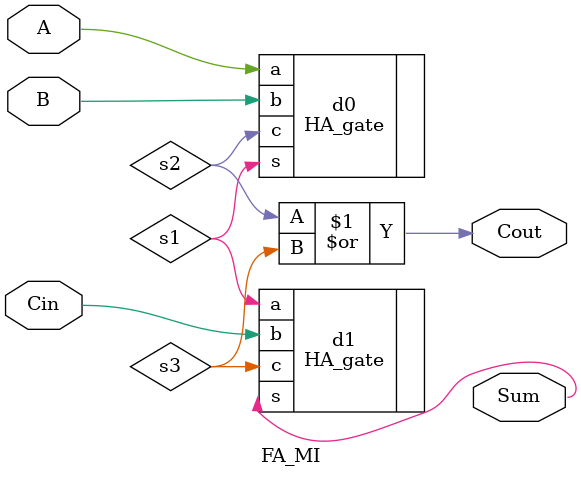
<source format=v>
`timescale 1ns / 1ps


module FA_MI(
    input A,
    input B,
    input Cin,
    output Cout,
    output Sum
    );
    
    wire s1,s2,s3;
    
    HA_gate d0 (.a(A),.b(B),.s(s1),.c(s2));
    HA_gate d1 (.a(s1), .b(Cin), .s(Sum), .c(s3));
    or (Cout, s2, s3);
    
endmodule

</source>
